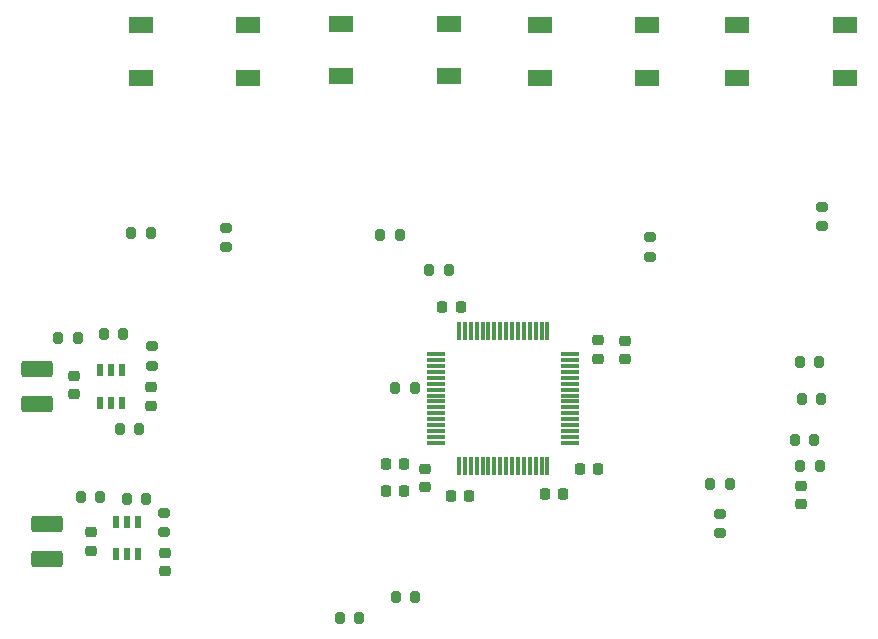
<source format=gbr>
%TF.GenerationSoftware,KiCad,Pcbnew,8.0.6*%
%TF.CreationDate,2024-12-13T11:58:04-05:00*%
%TF.ProjectId,11_9_design,31315f39-5f64-4657-9369-676e2e6b6963,v6*%
%TF.SameCoordinates,Original*%
%TF.FileFunction,Paste,Top*%
%TF.FilePolarity,Positive*%
%FSLAX46Y46*%
G04 Gerber Fmt 4.6, Leading zero omitted, Abs format (unit mm)*
G04 Created by KiCad (PCBNEW 8.0.6) date 2024-12-13 11:58:04*
%MOMM*%
%LPD*%
G01*
G04 APERTURE LIST*
G04 Aperture macros list*
%AMRoundRect*
0 Rectangle with rounded corners*
0 $1 Rounding radius*
0 $2 $3 $4 $5 $6 $7 $8 $9 X,Y pos of 4 corners*
0 Add a 4 corners polygon primitive as box body*
4,1,4,$2,$3,$4,$5,$6,$7,$8,$9,$2,$3,0*
0 Add four circle primitives for the rounded corners*
1,1,$1+$1,$2,$3*
1,1,$1+$1,$4,$5*
1,1,$1+$1,$6,$7*
1,1,$1+$1,$8,$9*
0 Add four rect primitives between the rounded corners*
20,1,$1+$1,$2,$3,$4,$5,0*
20,1,$1+$1,$4,$5,$6,$7,0*
20,1,$1+$1,$6,$7,$8,$9,0*
20,1,$1+$1,$8,$9,$2,$3,0*%
G04 Aperture macros list end*
%ADD10RoundRect,0.200000X0.200000X0.275000X-0.200000X0.275000X-0.200000X-0.275000X0.200000X-0.275000X0*%
%ADD11RoundRect,0.200000X0.275000X-0.200000X0.275000X0.200000X-0.275000X0.200000X-0.275000X-0.200000X0*%
%ADD12RoundRect,0.200000X-0.275000X0.200000X-0.275000X-0.200000X0.275000X-0.200000X0.275000X0.200000X0*%
%ADD13RoundRect,0.225000X0.225000X0.250000X-0.225000X0.250000X-0.225000X-0.250000X0.225000X-0.250000X0*%
%ADD14RoundRect,0.218750X-0.256250X0.218750X-0.256250X-0.218750X0.256250X-0.218750X0.256250X0.218750X0*%
%ADD15RoundRect,0.200000X-0.200000X-0.275000X0.200000X-0.275000X0.200000X0.275000X-0.200000X0.275000X0*%
%ADD16RoundRect,0.250001X-1.074999X0.462499X-1.074999X-0.462499X1.074999X-0.462499X1.074999X0.462499X0*%
%ADD17RoundRect,0.225000X-0.250000X0.225000X-0.250000X-0.225000X0.250000X-0.225000X0.250000X0.225000X0*%
%ADD18RoundRect,0.075000X-0.700000X-0.075000X0.700000X-0.075000X0.700000X0.075000X-0.700000X0.075000X0*%
%ADD19RoundRect,0.075000X-0.075000X-0.700000X0.075000X-0.700000X0.075000X0.700000X-0.075000X0.700000X0*%
%ADD20R,2.108200X1.397000*%
%ADD21RoundRect,0.225000X-0.225000X-0.250000X0.225000X-0.250000X0.225000X0.250000X-0.225000X0.250000X0*%
%ADD22R,0.599999X1.000000*%
G04 APERTURE END LIST*
D10*
%TO.C,R10*%
X124943300Y-116030000D03*
X123293300Y-116030000D03*
%TD*%
D11*
%TO.C,R15*%
X69450000Y-121675000D03*
X69450000Y-120025000D03*
%TD*%
D12*
%TO.C,R5*%
X116475000Y-121750000D03*
X116475000Y-120100000D03*
%TD*%
D13*
%TO.C,C1*%
X95243300Y-118630000D03*
X93693300Y-118630000D03*
%TD*%
D11*
%TO.C,R19*%
X125100000Y-95775000D03*
X125100000Y-94125000D03*
%TD*%
D14*
%TO.C,FB1*%
X91493300Y-116305000D03*
X91493300Y-117880000D03*
%TD*%
D15*
%TO.C,R18*%
X87718300Y-96480000D03*
X89368300Y-96480000D03*
%TD*%
D16*
%TO.C,L2*%
X59468300Y-120955000D03*
X59468300Y-123930000D03*
%TD*%
D15*
%TO.C,R16*%
X66268300Y-118830000D03*
X67918300Y-118830000D03*
%TD*%
D13*
%TO.C,C10*%
X89743300Y-115930000D03*
X88193300Y-115930000D03*
%TD*%
D15*
%TO.C,R4*%
X62368300Y-118680000D03*
X64018300Y-118680000D03*
%TD*%
D17*
%TO.C,CO1*%
X68268300Y-109405000D03*
X68268300Y-110955000D03*
%TD*%
D15*
%TO.C,R3*%
X84275000Y-128950000D03*
X85925000Y-128950000D03*
%TD*%
D10*
%TO.C,R7*%
X115643300Y-117580000D03*
X117293300Y-117580000D03*
%TD*%
D16*
%TO.C,L1*%
X58618300Y-107842500D03*
X58618300Y-110817500D03*
%TD*%
D11*
%TO.C,R21*%
X74668300Y-97555000D03*
X74668300Y-95905000D03*
%TD*%
D17*
%TO.C,C5*%
X108418300Y-105455000D03*
X108418300Y-107005000D03*
%TD*%
%TO.C,C6*%
X106118300Y-105430000D03*
X106118300Y-106980000D03*
%TD*%
%TO.C,CO2*%
X69518300Y-123430000D03*
X69518300Y-124980000D03*
%TD*%
D10*
%TO.C,R1*%
X90693300Y-127180000D03*
X89043300Y-127180000D03*
%TD*%
D18*
%TO.C,U1*%
X92450000Y-106600000D03*
X92450000Y-107100000D03*
X92450000Y-107600000D03*
X92450000Y-108100000D03*
X92450000Y-108600000D03*
X92450000Y-109100000D03*
X92450000Y-109600000D03*
X92450000Y-110100000D03*
X92450000Y-110600000D03*
X92450000Y-111100000D03*
X92450000Y-111600000D03*
X92450000Y-112100000D03*
X92450000Y-112600000D03*
X92450000Y-113100000D03*
X92450000Y-113600000D03*
X92450000Y-114100000D03*
D19*
X94375000Y-116025000D03*
X94875000Y-116025000D03*
X95375000Y-116025000D03*
X95875000Y-116025000D03*
X96375000Y-116025000D03*
X96875000Y-116025000D03*
X97375000Y-116025000D03*
X97875000Y-116025000D03*
X98375000Y-116025000D03*
X98875000Y-116025000D03*
X99375000Y-116025000D03*
X99875000Y-116025000D03*
X100375000Y-116025000D03*
X100875000Y-116025000D03*
X101375000Y-116025000D03*
X101875000Y-116025000D03*
D18*
X103800000Y-114100000D03*
X103800000Y-113600000D03*
X103800000Y-113100000D03*
X103800000Y-112600000D03*
X103800000Y-112100000D03*
X103800000Y-111600000D03*
X103800000Y-111100000D03*
X103800000Y-110600000D03*
X103800000Y-110100000D03*
X103800000Y-109600000D03*
X103800000Y-109100000D03*
X103800000Y-108600000D03*
X103800000Y-108100000D03*
X103800000Y-107600000D03*
X103800000Y-107100000D03*
X103800000Y-106600000D03*
D19*
X101875000Y-104675000D03*
X101375000Y-104675000D03*
X100875000Y-104675000D03*
X100375000Y-104675000D03*
X99875000Y-104675000D03*
X99375000Y-104675000D03*
X98875000Y-104675000D03*
X98375000Y-104675000D03*
X97875000Y-104675000D03*
X97375000Y-104675000D03*
X96875000Y-104675000D03*
X96375000Y-104675000D03*
X95875000Y-104675000D03*
X95375000Y-104675000D03*
X94875000Y-104675000D03*
X94375000Y-104675000D03*
%TD*%
D10*
%TO.C,R9*%
X124893300Y-107280000D03*
X123243300Y-107280000D03*
%TD*%
%TO.C,R11*%
X125043300Y-110380000D03*
X123393300Y-110380000D03*
%TD*%
D11*
%TO.C,R13*%
X68368300Y-107580000D03*
X68368300Y-105930000D03*
%TD*%
D15*
%TO.C,R6*%
X66625000Y-96350000D03*
X68275000Y-96350000D03*
%TD*%
%TO.C,R2*%
X60475000Y-105250000D03*
X62125000Y-105250000D03*
%TD*%
D20*
%TO.C,S4*%
X117953400Y-78764800D03*
X127046600Y-78764800D03*
X117953400Y-83235200D03*
X127046600Y-83235200D03*
%TD*%
D11*
%TO.C,R17*%
X110518300Y-98330000D03*
X110518300Y-96680000D03*
%TD*%
D13*
%TO.C,C9*%
X89725000Y-118150000D03*
X88175000Y-118150000D03*
%TD*%
D15*
%TO.C,R20*%
X65643300Y-112930000D03*
X67293300Y-112930000D03*
%TD*%
D10*
%TO.C,R8*%
X93500000Y-99450000D03*
X91850000Y-99450000D03*
%TD*%
D21*
%TO.C,C3*%
X92968300Y-102580000D03*
X94518300Y-102580000D03*
%TD*%
D15*
%TO.C,R22*%
X88975000Y-109450000D03*
X90625000Y-109450000D03*
%TD*%
D10*
%TO.C,R12*%
X124468300Y-113830000D03*
X122818300Y-113830000D03*
%TD*%
%TO.C,R14*%
X65943300Y-104880000D03*
X64293300Y-104880000D03*
%TD*%
D17*
%TO.C,CI2*%
X63218300Y-121680000D03*
X63218300Y-123230000D03*
%TD*%
%TO.C,C7*%
X123325000Y-117775000D03*
X123325000Y-119325000D03*
%TD*%
D20*
%TO.C,S2*%
X84403400Y-78614800D03*
X93496600Y-78614800D03*
X84403400Y-83085200D03*
X93496600Y-83085200D03*
%TD*%
D13*
%TO.C,C4*%
X103225000Y-118400000D03*
X101675000Y-118400000D03*
%TD*%
D17*
%TO.C,CI1*%
X61818300Y-108405000D03*
X61818300Y-109955000D03*
%TD*%
D21*
%TO.C,C11*%
X104643300Y-116280000D03*
X106193300Y-116280000D03*
%TD*%
D20*
%TO.C,S3*%
X101206800Y-78729600D03*
X110300000Y-78729600D03*
X101206800Y-83200000D03*
X110300000Y-83200000D03*
%TD*%
D22*
%TO.C,U4*%
X65318299Y-123555001D03*
X66268300Y-123555001D03*
X67218298Y-123555001D03*
X67218298Y-120805001D03*
X66268300Y-120805001D03*
X65318299Y-120805001D03*
%TD*%
%TO.C,U3*%
X63949999Y-110725001D03*
X64900000Y-110725001D03*
X65849998Y-110725001D03*
X65849998Y-107975001D03*
X64900000Y-107975001D03*
X63949999Y-107975001D03*
%TD*%
D20*
%TO.C,S1*%
X67453400Y-78764800D03*
X76546600Y-78764800D03*
X67453400Y-83235200D03*
X76546600Y-83235200D03*
%TD*%
M02*

</source>
